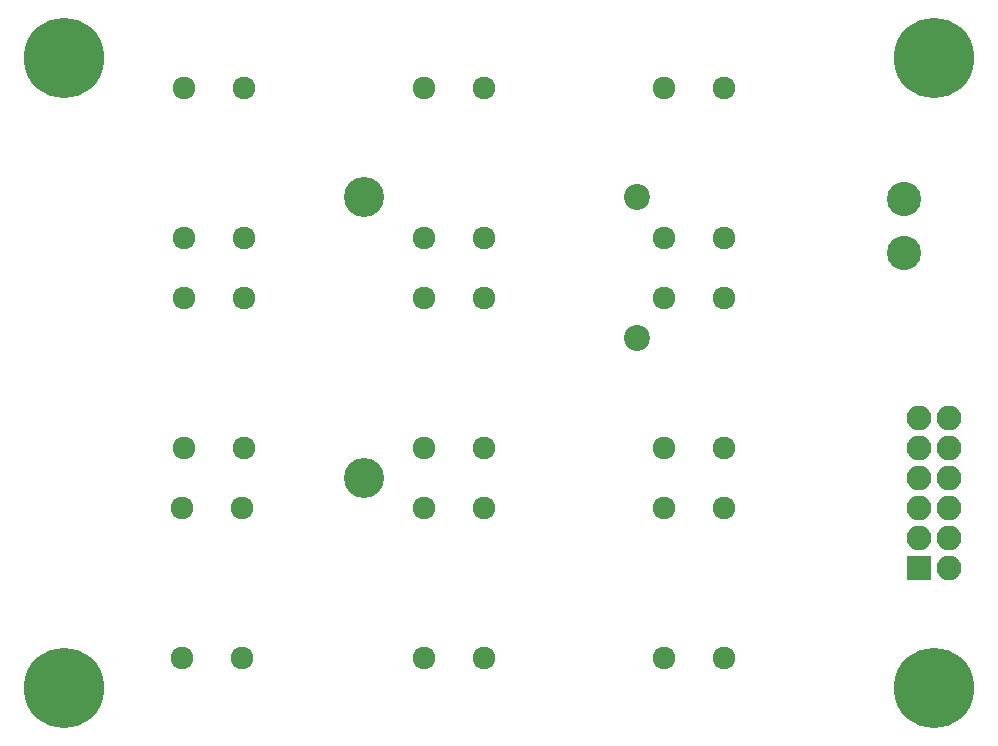
<source format=gbr>
G04 #@! TF.FileFunction,Soldermask,Top*
%FSLAX46Y46*%
G04 Gerber Fmt 4.6, Leading zero omitted, Abs format (unit mm)*
G04 Created by KiCad (PCBNEW 4.0.6) date 05/07/18 16:26:16*
%MOMM*%
%LPD*%
G01*
G04 APERTURE LIST*
%ADD10C,0.100000*%
%ADD11C,2.200000*%
%ADD12C,3.400000*%
%ADD13R,2.100000X2.100000*%
%ADD14O,2.100000X2.100000*%
%ADD15C,6.800000*%
%ADD16C,1.924000*%
%ADD17C,2.900000*%
G04 APERTURE END LIST*
D10*
D11*
X122170000Y-128610000D03*
X122170000Y-140510000D03*
D12*
X99060000Y-128610000D03*
X99060000Y-152400000D03*
D13*
X146050000Y-160020000D03*
D14*
X148590000Y-160020000D03*
X146050000Y-157480000D03*
X148590000Y-157480000D03*
X146050000Y-154940000D03*
X148590000Y-154940000D03*
X146050000Y-152400000D03*
X148590000Y-152400000D03*
X146050000Y-149860000D03*
X148590000Y-149860000D03*
X146050000Y-147320000D03*
X148590000Y-147320000D03*
D15*
X147320000Y-170180000D03*
X147320000Y-116840000D03*
X73660000Y-116840000D03*
X73660000Y-170180000D03*
D16*
X83616800Y-167640000D03*
X88696800Y-167640000D03*
X88696800Y-154940000D03*
X83616800Y-154940000D03*
X104140000Y-167640000D03*
X109220000Y-167640000D03*
X109220000Y-154940000D03*
X104140000Y-154940000D03*
X124460000Y-167640000D03*
X129540000Y-167640000D03*
X129540000Y-154940000D03*
X124460000Y-154940000D03*
X83820000Y-149860000D03*
X88900000Y-149860000D03*
X88900000Y-137160000D03*
X83820000Y-137160000D03*
X104140000Y-149860000D03*
X109220000Y-149860000D03*
X109220000Y-137160000D03*
X104140000Y-137160000D03*
X124460000Y-149860000D03*
X129540000Y-149860000D03*
X129540000Y-137160000D03*
X124460000Y-137160000D03*
X83820000Y-132080000D03*
X88900000Y-132080000D03*
X88900000Y-119380000D03*
X83820000Y-119380000D03*
X104140000Y-132080000D03*
X109220000Y-132080000D03*
X109220000Y-119380000D03*
X104140000Y-119380000D03*
X124460000Y-132080000D03*
X129540000Y-132080000D03*
X129540000Y-119380000D03*
X124460000Y-119380000D03*
D17*
X144780000Y-128750000D03*
X144780000Y-133350000D03*
M02*

</source>
